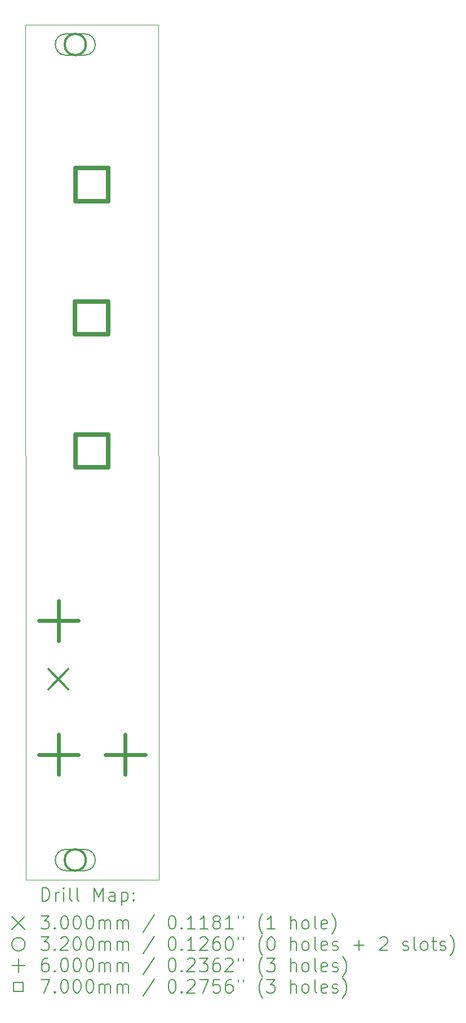
<source format=gbr>
%TF.GenerationSoftware,KiCad,Pcbnew,6.0.11+dfsg-1~bpo11+1*%
%TF.CreationDate,2023-04-14T10:24:38+08:00*%
%TF.ProjectId,MiniVerb - Front,4d696e69-5665-4726-9220-2d2046726f6e,rev?*%
%TF.SameCoordinates,Original*%
%TF.FileFunction,Drillmap*%
%TF.FilePolarity,Positive*%
%FSLAX45Y45*%
G04 Gerber Fmt 4.5, Leading zero omitted, Abs format (unit mm)*
G04 Created by KiCad (PCBNEW 6.0.11+dfsg-1~bpo11+1) date 2023-04-14 10:24:38*
%MOMM*%
%LPD*%
G01*
G04 APERTURE LIST*
%ADD10C,0.100000*%
%ADD11C,0.200000*%
%ADD12C,0.300000*%
%ADD13C,0.320000*%
%ADD14C,0.600000*%
%ADD15C,0.700000*%
G04 APERTURE END LIST*
D10*
X15215907Y-3705593D02*
X13215907Y-3705593D01*
X15220907Y-16555593D02*
X15215907Y-3705593D01*
X13215907Y-3705593D02*
X13225907Y-16555593D01*
X13225907Y-16555593D02*
X15220907Y-16555593D01*
D11*
D12*
X13562500Y-13390000D02*
X13862500Y-13690000D01*
X13862500Y-13390000D02*
X13562500Y-13690000D01*
D13*
X14124907Y-4004593D02*
G75*
G03*
X14124907Y-4004593I-160000J0D01*
G01*
D11*
X13824907Y-4164593D02*
X14104907Y-4164593D01*
X13824907Y-3844593D02*
X14104907Y-3844593D01*
X14104907Y-4164593D02*
G75*
G03*
X14104907Y-3844593I0J160000D01*
G01*
X13824907Y-3844593D02*
G75*
G03*
X13824907Y-4164593I0J-160000D01*
G01*
D13*
X14124907Y-16254593D02*
G75*
G03*
X14124907Y-16254593I-160000J0D01*
G01*
D11*
X13824907Y-16414593D02*
X14104907Y-16414593D01*
X13824907Y-16094593D02*
X14104907Y-16094593D01*
X14104907Y-16414593D02*
G75*
G03*
X14104907Y-16094593I0J160000D01*
G01*
X13824907Y-16094593D02*
G75*
G03*
X13824907Y-16414593I0J-160000D01*
G01*
D14*
X13714907Y-12359593D02*
X13714907Y-12959593D01*
X13414907Y-12659593D02*
X14014907Y-12659593D01*
X13714907Y-14369593D02*
X13714907Y-14969593D01*
X13414907Y-14669593D02*
X14014907Y-14669593D01*
X14714907Y-14369593D02*
X14714907Y-14969593D01*
X14414907Y-14669593D02*
X15014907Y-14669593D01*
D15*
X14457396Y-8357083D02*
X14457396Y-7862104D01*
X13962417Y-7862104D01*
X13962417Y-8357083D01*
X14457396Y-8357083D01*
X14462396Y-6357083D02*
X14462396Y-5862104D01*
X13967417Y-5862104D01*
X13967417Y-6357083D01*
X14462396Y-6357083D01*
X14462396Y-10357083D02*
X14462396Y-9862104D01*
X13967417Y-9862104D01*
X13967417Y-10357083D01*
X14462396Y-10357083D01*
D11*
X13468526Y-16871069D02*
X13468526Y-16671069D01*
X13516145Y-16671069D01*
X13544716Y-16680593D01*
X13563764Y-16699641D01*
X13573288Y-16718688D01*
X13582811Y-16756784D01*
X13582811Y-16785355D01*
X13573288Y-16823450D01*
X13563764Y-16842498D01*
X13544716Y-16861546D01*
X13516145Y-16871069D01*
X13468526Y-16871069D01*
X13668526Y-16871069D02*
X13668526Y-16737736D01*
X13668526Y-16775831D02*
X13678049Y-16756784D01*
X13687573Y-16747260D01*
X13706621Y-16737736D01*
X13725669Y-16737736D01*
X13792335Y-16871069D02*
X13792335Y-16737736D01*
X13792335Y-16671069D02*
X13782811Y-16680593D01*
X13792335Y-16690117D01*
X13801859Y-16680593D01*
X13792335Y-16671069D01*
X13792335Y-16690117D01*
X13916145Y-16871069D02*
X13897097Y-16861546D01*
X13887573Y-16842498D01*
X13887573Y-16671069D01*
X14020907Y-16871069D02*
X14001859Y-16861546D01*
X13992335Y-16842498D01*
X13992335Y-16671069D01*
X14249478Y-16871069D02*
X14249478Y-16671069D01*
X14316145Y-16813927D01*
X14382811Y-16671069D01*
X14382811Y-16871069D01*
X14563764Y-16871069D02*
X14563764Y-16766307D01*
X14554240Y-16747260D01*
X14535192Y-16737736D01*
X14497097Y-16737736D01*
X14478049Y-16747260D01*
X14563764Y-16861546D02*
X14544716Y-16871069D01*
X14497097Y-16871069D01*
X14478049Y-16861546D01*
X14468526Y-16842498D01*
X14468526Y-16823450D01*
X14478049Y-16804403D01*
X14497097Y-16794879D01*
X14544716Y-16794879D01*
X14563764Y-16785355D01*
X14659002Y-16737736D02*
X14659002Y-16937736D01*
X14659002Y-16747260D02*
X14678049Y-16737736D01*
X14716145Y-16737736D01*
X14735192Y-16747260D01*
X14744716Y-16756784D01*
X14754240Y-16775831D01*
X14754240Y-16832974D01*
X14744716Y-16852022D01*
X14735192Y-16861546D01*
X14716145Y-16871069D01*
X14678049Y-16871069D01*
X14659002Y-16861546D01*
X14839954Y-16852022D02*
X14849478Y-16861546D01*
X14839954Y-16871069D01*
X14830430Y-16861546D01*
X14839954Y-16852022D01*
X14839954Y-16871069D01*
X14839954Y-16747260D02*
X14849478Y-16756784D01*
X14839954Y-16766307D01*
X14830430Y-16756784D01*
X14839954Y-16747260D01*
X14839954Y-16766307D01*
X13010907Y-17100593D02*
X13210907Y-17300593D01*
X13210907Y-17100593D02*
X13010907Y-17300593D01*
X13449478Y-17091069D02*
X13573288Y-17091069D01*
X13506621Y-17167260D01*
X13535192Y-17167260D01*
X13554240Y-17176784D01*
X13563764Y-17186308D01*
X13573288Y-17205355D01*
X13573288Y-17252974D01*
X13563764Y-17272022D01*
X13554240Y-17281546D01*
X13535192Y-17291069D01*
X13478049Y-17291069D01*
X13459002Y-17281546D01*
X13449478Y-17272022D01*
X13659002Y-17272022D02*
X13668526Y-17281546D01*
X13659002Y-17291069D01*
X13649478Y-17281546D01*
X13659002Y-17272022D01*
X13659002Y-17291069D01*
X13792335Y-17091069D02*
X13811383Y-17091069D01*
X13830430Y-17100593D01*
X13839954Y-17110117D01*
X13849478Y-17129165D01*
X13859002Y-17167260D01*
X13859002Y-17214879D01*
X13849478Y-17252974D01*
X13839954Y-17272022D01*
X13830430Y-17281546D01*
X13811383Y-17291069D01*
X13792335Y-17291069D01*
X13773288Y-17281546D01*
X13763764Y-17272022D01*
X13754240Y-17252974D01*
X13744716Y-17214879D01*
X13744716Y-17167260D01*
X13754240Y-17129165D01*
X13763764Y-17110117D01*
X13773288Y-17100593D01*
X13792335Y-17091069D01*
X13982811Y-17091069D02*
X14001859Y-17091069D01*
X14020907Y-17100593D01*
X14030430Y-17110117D01*
X14039954Y-17129165D01*
X14049478Y-17167260D01*
X14049478Y-17214879D01*
X14039954Y-17252974D01*
X14030430Y-17272022D01*
X14020907Y-17281546D01*
X14001859Y-17291069D01*
X13982811Y-17291069D01*
X13963764Y-17281546D01*
X13954240Y-17272022D01*
X13944716Y-17252974D01*
X13935192Y-17214879D01*
X13935192Y-17167260D01*
X13944716Y-17129165D01*
X13954240Y-17110117D01*
X13963764Y-17100593D01*
X13982811Y-17091069D01*
X14173288Y-17091069D02*
X14192335Y-17091069D01*
X14211383Y-17100593D01*
X14220907Y-17110117D01*
X14230430Y-17129165D01*
X14239954Y-17167260D01*
X14239954Y-17214879D01*
X14230430Y-17252974D01*
X14220907Y-17272022D01*
X14211383Y-17281546D01*
X14192335Y-17291069D01*
X14173288Y-17291069D01*
X14154240Y-17281546D01*
X14144716Y-17272022D01*
X14135192Y-17252974D01*
X14125669Y-17214879D01*
X14125669Y-17167260D01*
X14135192Y-17129165D01*
X14144716Y-17110117D01*
X14154240Y-17100593D01*
X14173288Y-17091069D01*
X14325669Y-17291069D02*
X14325669Y-17157736D01*
X14325669Y-17176784D02*
X14335192Y-17167260D01*
X14354240Y-17157736D01*
X14382811Y-17157736D01*
X14401859Y-17167260D01*
X14411383Y-17186308D01*
X14411383Y-17291069D01*
X14411383Y-17186308D02*
X14420907Y-17167260D01*
X14439954Y-17157736D01*
X14468526Y-17157736D01*
X14487573Y-17167260D01*
X14497097Y-17186308D01*
X14497097Y-17291069D01*
X14592335Y-17291069D02*
X14592335Y-17157736D01*
X14592335Y-17176784D02*
X14601859Y-17167260D01*
X14620907Y-17157736D01*
X14649478Y-17157736D01*
X14668526Y-17167260D01*
X14678049Y-17186308D01*
X14678049Y-17291069D01*
X14678049Y-17186308D02*
X14687573Y-17167260D01*
X14706621Y-17157736D01*
X14735192Y-17157736D01*
X14754240Y-17167260D01*
X14763764Y-17186308D01*
X14763764Y-17291069D01*
X15154240Y-17081546D02*
X14982811Y-17338689D01*
X15411383Y-17091069D02*
X15430430Y-17091069D01*
X15449478Y-17100593D01*
X15459002Y-17110117D01*
X15468526Y-17129165D01*
X15478049Y-17167260D01*
X15478049Y-17214879D01*
X15468526Y-17252974D01*
X15459002Y-17272022D01*
X15449478Y-17281546D01*
X15430430Y-17291069D01*
X15411383Y-17291069D01*
X15392335Y-17281546D01*
X15382811Y-17272022D01*
X15373288Y-17252974D01*
X15363764Y-17214879D01*
X15363764Y-17167260D01*
X15373288Y-17129165D01*
X15382811Y-17110117D01*
X15392335Y-17100593D01*
X15411383Y-17091069D01*
X15563764Y-17272022D02*
X15573288Y-17281546D01*
X15563764Y-17291069D01*
X15554240Y-17281546D01*
X15563764Y-17272022D01*
X15563764Y-17291069D01*
X15763764Y-17291069D02*
X15649478Y-17291069D01*
X15706621Y-17291069D02*
X15706621Y-17091069D01*
X15687573Y-17119641D01*
X15668526Y-17138689D01*
X15649478Y-17148212D01*
X15954240Y-17291069D02*
X15839954Y-17291069D01*
X15897097Y-17291069D02*
X15897097Y-17091069D01*
X15878049Y-17119641D01*
X15859002Y-17138689D01*
X15839954Y-17148212D01*
X16068526Y-17176784D02*
X16049478Y-17167260D01*
X16039954Y-17157736D01*
X16030430Y-17138689D01*
X16030430Y-17129165D01*
X16039954Y-17110117D01*
X16049478Y-17100593D01*
X16068526Y-17091069D01*
X16106621Y-17091069D01*
X16125669Y-17100593D01*
X16135192Y-17110117D01*
X16144716Y-17129165D01*
X16144716Y-17138689D01*
X16135192Y-17157736D01*
X16125669Y-17167260D01*
X16106621Y-17176784D01*
X16068526Y-17176784D01*
X16049478Y-17186308D01*
X16039954Y-17195831D01*
X16030430Y-17214879D01*
X16030430Y-17252974D01*
X16039954Y-17272022D01*
X16049478Y-17281546D01*
X16068526Y-17291069D01*
X16106621Y-17291069D01*
X16125669Y-17281546D01*
X16135192Y-17272022D01*
X16144716Y-17252974D01*
X16144716Y-17214879D01*
X16135192Y-17195831D01*
X16125669Y-17186308D01*
X16106621Y-17176784D01*
X16335192Y-17291069D02*
X16220907Y-17291069D01*
X16278049Y-17291069D02*
X16278049Y-17091069D01*
X16259002Y-17119641D01*
X16239954Y-17138689D01*
X16220907Y-17148212D01*
X16411383Y-17091069D02*
X16411383Y-17129165D01*
X16487573Y-17091069D02*
X16487573Y-17129165D01*
X16782811Y-17367260D02*
X16773288Y-17357736D01*
X16754240Y-17329165D01*
X16744716Y-17310117D01*
X16735192Y-17281546D01*
X16725669Y-17233927D01*
X16725669Y-17195831D01*
X16735192Y-17148212D01*
X16744716Y-17119641D01*
X16754240Y-17100593D01*
X16773288Y-17072022D01*
X16782811Y-17062498D01*
X16963764Y-17291069D02*
X16849478Y-17291069D01*
X16906621Y-17291069D02*
X16906621Y-17091069D01*
X16887573Y-17119641D01*
X16868526Y-17138689D01*
X16849478Y-17148212D01*
X17201859Y-17291069D02*
X17201859Y-17091069D01*
X17287573Y-17291069D02*
X17287573Y-17186308D01*
X17278050Y-17167260D01*
X17259002Y-17157736D01*
X17230431Y-17157736D01*
X17211383Y-17167260D01*
X17201859Y-17176784D01*
X17411383Y-17291069D02*
X17392335Y-17281546D01*
X17382811Y-17272022D01*
X17373288Y-17252974D01*
X17373288Y-17195831D01*
X17382811Y-17176784D01*
X17392335Y-17167260D01*
X17411383Y-17157736D01*
X17439954Y-17157736D01*
X17459002Y-17167260D01*
X17468526Y-17176784D01*
X17478050Y-17195831D01*
X17478050Y-17252974D01*
X17468526Y-17272022D01*
X17459002Y-17281546D01*
X17439954Y-17291069D01*
X17411383Y-17291069D01*
X17592335Y-17291069D02*
X17573288Y-17281546D01*
X17563764Y-17262498D01*
X17563764Y-17091069D01*
X17744716Y-17281546D02*
X17725669Y-17291069D01*
X17687573Y-17291069D01*
X17668526Y-17281546D01*
X17659002Y-17262498D01*
X17659002Y-17186308D01*
X17668526Y-17167260D01*
X17687573Y-17157736D01*
X17725669Y-17157736D01*
X17744716Y-17167260D01*
X17754240Y-17186308D01*
X17754240Y-17205355D01*
X17659002Y-17224403D01*
X17820907Y-17367260D02*
X17830431Y-17357736D01*
X17849478Y-17329165D01*
X17859002Y-17310117D01*
X17868526Y-17281546D01*
X17878050Y-17233927D01*
X17878050Y-17195831D01*
X17868526Y-17148212D01*
X17859002Y-17119641D01*
X17849478Y-17100593D01*
X17830431Y-17072022D01*
X17820907Y-17062498D01*
X13210907Y-17520593D02*
G75*
G03*
X13210907Y-17520593I-100000J0D01*
G01*
X13449478Y-17411069D02*
X13573288Y-17411069D01*
X13506621Y-17487260D01*
X13535192Y-17487260D01*
X13554240Y-17496784D01*
X13563764Y-17506308D01*
X13573288Y-17525355D01*
X13573288Y-17572974D01*
X13563764Y-17592022D01*
X13554240Y-17601546D01*
X13535192Y-17611069D01*
X13478049Y-17611069D01*
X13459002Y-17601546D01*
X13449478Y-17592022D01*
X13659002Y-17592022D02*
X13668526Y-17601546D01*
X13659002Y-17611069D01*
X13649478Y-17601546D01*
X13659002Y-17592022D01*
X13659002Y-17611069D01*
X13744716Y-17430117D02*
X13754240Y-17420593D01*
X13773288Y-17411069D01*
X13820907Y-17411069D01*
X13839954Y-17420593D01*
X13849478Y-17430117D01*
X13859002Y-17449165D01*
X13859002Y-17468212D01*
X13849478Y-17496784D01*
X13735192Y-17611069D01*
X13859002Y-17611069D01*
X13982811Y-17411069D02*
X14001859Y-17411069D01*
X14020907Y-17420593D01*
X14030430Y-17430117D01*
X14039954Y-17449165D01*
X14049478Y-17487260D01*
X14049478Y-17534879D01*
X14039954Y-17572974D01*
X14030430Y-17592022D01*
X14020907Y-17601546D01*
X14001859Y-17611069D01*
X13982811Y-17611069D01*
X13963764Y-17601546D01*
X13954240Y-17592022D01*
X13944716Y-17572974D01*
X13935192Y-17534879D01*
X13935192Y-17487260D01*
X13944716Y-17449165D01*
X13954240Y-17430117D01*
X13963764Y-17420593D01*
X13982811Y-17411069D01*
X14173288Y-17411069D02*
X14192335Y-17411069D01*
X14211383Y-17420593D01*
X14220907Y-17430117D01*
X14230430Y-17449165D01*
X14239954Y-17487260D01*
X14239954Y-17534879D01*
X14230430Y-17572974D01*
X14220907Y-17592022D01*
X14211383Y-17601546D01*
X14192335Y-17611069D01*
X14173288Y-17611069D01*
X14154240Y-17601546D01*
X14144716Y-17592022D01*
X14135192Y-17572974D01*
X14125669Y-17534879D01*
X14125669Y-17487260D01*
X14135192Y-17449165D01*
X14144716Y-17430117D01*
X14154240Y-17420593D01*
X14173288Y-17411069D01*
X14325669Y-17611069D02*
X14325669Y-17477736D01*
X14325669Y-17496784D02*
X14335192Y-17487260D01*
X14354240Y-17477736D01*
X14382811Y-17477736D01*
X14401859Y-17487260D01*
X14411383Y-17506308D01*
X14411383Y-17611069D01*
X14411383Y-17506308D02*
X14420907Y-17487260D01*
X14439954Y-17477736D01*
X14468526Y-17477736D01*
X14487573Y-17487260D01*
X14497097Y-17506308D01*
X14497097Y-17611069D01*
X14592335Y-17611069D02*
X14592335Y-17477736D01*
X14592335Y-17496784D02*
X14601859Y-17487260D01*
X14620907Y-17477736D01*
X14649478Y-17477736D01*
X14668526Y-17487260D01*
X14678049Y-17506308D01*
X14678049Y-17611069D01*
X14678049Y-17506308D02*
X14687573Y-17487260D01*
X14706621Y-17477736D01*
X14735192Y-17477736D01*
X14754240Y-17487260D01*
X14763764Y-17506308D01*
X14763764Y-17611069D01*
X15154240Y-17401546D02*
X14982811Y-17658689D01*
X15411383Y-17411069D02*
X15430430Y-17411069D01*
X15449478Y-17420593D01*
X15459002Y-17430117D01*
X15468526Y-17449165D01*
X15478049Y-17487260D01*
X15478049Y-17534879D01*
X15468526Y-17572974D01*
X15459002Y-17592022D01*
X15449478Y-17601546D01*
X15430430Y-17611069D01*
X15411383Y-17611069D01*
X15392335Y-17601546D01*
X15382811Y-17592022D01*
X15373288Y-17572974D01*
X15363764Y-17534879D01*
X15363764Y-17487260D01*
X15373288Y-17449165D01*
X15382811Y-17430117D01*
X15392335Y-17420593D01*
X15411383Y-17411069D01*
X15563764Y-17592022D02*
X15573288Y-17601546D01*
X15563764Y-17611069D01*
X15554240Y-17601546D01*
X15563764Y-17592022D01*
X15563764Y-17611069D01*
X15763764Y-17611069D02*
X15649478Y-17611069D01*
X15706621Y-17611069D02*
X15706621Y-17411069D01*
X15687573Y-17439641D01*
X15668526Y-17458689D01*
X15649478Y-17468212D01*
X15839954Y-17430117D02*
X15849478Y-17420593D01*
X15868526Y-17411069D01*
X15916145Y-17411069D01*
X15935192Y-17420593D01*
X15944716Y-17430117D01*
X15954240Y-17449165D01*
X15954240Y-17468212D01*
X15944716Y-17496784D01*
X15830430Y-17611069D01*
X15954240Y-17611069D01*
X16125669Y-17411069D02*
X16087573Y-17411069D01*
X16068526Y-17420593D01*
X16059002Y-17430117D01*
X16039954Y-17458689D01*
X16030430Y-17496784D01*
X16030430Y-17572974D01*
X16039954Y-17592022D01*
X16049478Y-17601546D01*
X16068526Y-17611069D01*
X16106621Y-17611069D01*
X16125669Y-17601546D01*
X16135192Y-17592022D01*
X16144716Y-17572974D01*
X16144716Y-17525355D01*
X16135192Y-17506308D01*
X16125669Y-17496784D01*
X16106621Y-17487260D01*
X16068526Y-17487260D01*
X16049478Y-17496784D01*
X16039954Y-17506308D01*
X16030430Y-17525355D01*
X16268526Y-17411069D02*
X16287573Y-17411069D01*
X16306621Y-17420593D01*
X16316145Y-17430117D01*
X16325669Y-17449165D01*
X16335192Y-17487260D01*
X16335192Y-17534879D01*
X16325669Y-17572974D01*
X16316145Y-17592022D01*
X16306621Y-17601546D01*
X16287573Y-17611069D01*
X16268526Y-17611069D01*
X16249478Y-17601546D01*
X16239954Y-17592022D01*
X16230430Y-17572974D01*
X16220907Y-17534879D01*
X16220907Y-17487260D01*
X16230430Y-17449165D01*
X16239954Y-17430117D01*
X16249478Y-17420593D01*
X16268526Y-17411069D01*
X16411383Y-17411069D02*
X16411383Y-17449165D01*
X16487573Y-17411069D02*
X16487573Y-17449165D01*
X16782811Y-17687260D02*
X16773288Y-17677736D01*
X16754240Y-17649165D01*
X16744716Y-17630117D01*
X16735192Y-17601546D01*
X16725669Y-17553927D01*
X16725669Y-17515831D01*
X16735192Y-17468212D01*
X16744716Y-17439641D01*
X16754240Y-17420593D01*
X16773288Y-17392022D01*
X16782811Y-17382498D01*
X16897097Y-17411069D02*
X16916145Y-17411069D01*
X16935192Y-17420593D01*
X16944716Y-17430117D01*
X16954240Y-17449165D01*
X16963764Y-17487260D01*
X16963764Y-17534879D01*
X16954240Y-17572974D01*
X16944716Y-17592022D01*
X16935192Y-17601546D01*
X16916145Y-17611069D01*
X16897097Y-17611069D01*
X16878050Y-17601546D01*
X16868526Y-17592022D01*
X16859002Y-17572974D01*
X16849478Y-17534879D01*
X16849478Y-17487260D01*
X16859002Y-17449165D01*
X16868526Y-17430117D01*
X16878050Y-17420593D01*
X16897097Y-17411069D01*
X17201859Y-17611069D02*
X17201859Y-17411069D01*
X17287573Y-17611069D02*
X17287573Y-17506308D01*
X17278050Y-17487260D01*
X17259002Y-17477736D01*
X17230431Y-17477736D01*
X17211383Y-17487260D01*
X17201859Y-17496784D01*
X17411383Y-17611069D02*
X17392335Y-17601546D01*
X17382811Y-17592022D01*
X17373288Y-17572974D01*
X17373288Y-17515831D01*
X17382811Y-17496784D01*
X17392335Y-17487260D01*
X17411383Y-17477736D01*
X17439954Y-17477736D01*
X17459002Y-17487260D01*
X17468526Y-17496784D01*
X17478050Y-17515831D01*
X17478050Y-17572974D01*
X17468526Y-17592022D01*
X17459002Y-17601546D01*
X17439954Y-17611069D01*
X17411383Y-17611069D01*
X17592335Y-17611069D02*
X17573288Y-17601546D01*
X17563764Y-17582498D01*
X17563764Y-17411069D01*
X17744716Y-17601546D02*
X17725669Y-17611069D01*
X17687573Y-17611069D01*
X17668526Y-17601546D01*
X17659002Y-17582498D01*
X17659002Y-17506308D01*
X17668526Y-17487260D01*
X17687573Y-17477736D01*
X17725669Y-17477736D01*
X17744716Y-17487260D01*
X17754240Y-17506308D01*
X17754240Y-17525355D01*
X17659002Y-17544403D01*
X17830431Y-17601546D02*
X17849478Y-17611069D01*
X17887573Y-17611069D01*
X17906621Y-17601546D01*
X17916145Y-17582498D01*
X17916145Y-17572974D01*
X17906621Y-17553927D01*
X17887573Y-17544403D01*
X17859002Y-17544403D01*
X17839954Y-17534879D01*
X17830431Y-17515831D01*
X17830431Y-17506308D01*
X17839954Y-17487260D01*
X17859002Y-17477736D01*
X17887573Y-17477736D01*
X17906621Y-17487260D01*
X18154240Y-17534879D02*
X18306621Y-17534879D01*
X18230431Y-17611069D02*
X18230431Y-17458689D01*
X18544716Y-17430117D02*
X18554240Y-17420593D01*
X18573288Y-17411069D01*
X18620907Y-17411069D01*
X18639954Y-17420593D01*
X18649478Y-17430117D01*
X18659002Y-17449165D01*
X18659002Y-17468212D01*
X18649478Y-17496784D01*
X18535192Y-17611069D01*
X18659002Y-17611069D01*
X18887573Y-17601546D02*
X18906621Y-17611069D01*
X18944716Y-17611069D01*
X18963764Y-17601546D01*
X18973288Y-17582498D01*
X18973288Y-17572974D01*
X18963764Y-17553927D01*
X18944716Y-17544403D01*
X18916145Y-17544403D01*
X18897097Y-17534879D01*
X18887573Y-17515831D01*
X18887573Y-17506308D01*
X18897097Y-17487260D01*
X18916145Y-17477736D01*
X18944716Y-17477736D01*
X18963764Y-17487260D01*
X19087573Y-17611069D02*
X19068526Y-17601546D01*
X19059002Y-17582498D01*
X19059002Y-17411069D01*
X19192335Y-17611069D02*
X19173288Y-17601546D01*
X19163764Y-17592022D01*
X19154240Y-17572974D01*
X19154240Y-17515831D01*
X19163764Y-17496784D01*
X19173288Y-17487260D01*
X19192335Y-17477736D01*
X19220907Y-17477736D01*
X19239954Y-17487260D01*
X19249478Y-17496784D01*
X19259002Y-17515831D01*
X19259002Y-17572974D01*
X19249478Y-17592022D01*
X19239954Y-17601546D01*
X19220907Y-17611069D01*
X19192335Y-17611069D01*
X19316145Y-17477736D02*
X19392335Y-17477736D01*
X19344716Y-17411069D02*
X19344716Y-17582498D01*
X19354240Y-17601546D01*
X19373288Y-17611069D01*
X19392335Y-17611069D01*
X19449478Y-17601546D02*
X19468526Y-17611069D01*
X19506621Y-17611069D01*
X19525669Y-17601546D01*
X19535192Y-17582498D01*
X19535192Y-17572974D01*
X19525669Y-17553927D01*
X19506621Y-17544403D01*
X19478050Y-17544403D01*
X19459002Y-17534879D01*
X19449478Y-17515831D01*
X19449478Y-17506308D01*
X19459002Y-17487260D01*
X19478050Y-17477736D01*
X19506621Y-17477736D01*
X19525669Y-17487260D01*
X19601859Y-17687260D02*
X19611383Y-17677736D01*
X19630431Y-17649165D01*
X19639954Y-17630117D01*
X19649478Y-17601546D01*
X19659002Y-17553927D01*
X19659002Y-17515831D01*
X19649478Y-17468212D01*
X19639954Y-17439641D01*
X19630431Y-17420593D01*
X19611383Y-17392022D01*
X19601859Y-17382498D01*
X13110907Y-17740593D02*
X13110907Y-17940593D01*
X13010907Y-17840593D02*
X13210907Y-17840593D01*
X13554240Y-17731069D02*
X13516145Y-17731069D01*
X13497097Y-17740593D01*
X13487573Y-17750117D01*
X13468526Y-17778689D01*
X13459002Y-17816784D01*
X13459002Y-17892974D01*
X13468526Y-17912022D01*
X13478049Y-17921546D01*
X13497097Y-17931069D01*
X13535192Y-17931069D01*
X13554240Y-17921546D01*
X13563764Y-17912022D01*
X13573288Y-17892974D01*
X13573288Y-17845355D01*
X13563764Y-17826308D01*
X13554240Y-17816784D01*
X13535192Y-17807260D01*
X13497097Y-17807260D01*
X13478049Y-17816784D01*
X13468526Y-17826308D01*
X13459002Y-17845355D01*
X13659002Y-17912022D02*
X13668526Y-17921546D01*
X13659002Y-17931069D01*
X13649478Y-17921546D01*
X13659002Y-17912022D01*
X13659002Y-17931069D01*
X13792335Y-17731069D02*
X13811383Y-17731069D01*
X13830430Y-17740593D01*
X13839954Y-17750117D01*
X13849478Y-17769165D01*
X13859002Y-17807260D01*
X13859002Y-17854879D01*
X13849478Y-17892974D01*
X13839954Y-17912022D01*
X13830430Y-17921546D01*
X13811383Y-17931069D01*
X13792335Y-17931069D01*
X13773288Y-17921546D01*
X13763764Y-17912022D01*
X13754240Y-17892974D01*
X13744716Y-17854879D01*
X13744716Y-17807260D01*
X13754240Y-17769165D01*
X13763764Y-17750117D01*
X13773288Y-17740593D01*
X13792335Y-17731069D01*
X13982811Y-17731069D02*
X14001859Y-17731069D01*
X14020907Y-17740593D01*
X14030430Y-17750117D01*
X14039954Y-17769165D01*
X14049478Y-17807260D01*
X14049478Y-17854879D01*
X14039954Y-17892974D01*
X14030430Y-17912022D01*
X14020907Y-17921546D01*
X14001859Y-17931069D01*
X13982811Y-17931069D01*
X13963764Y-17921546D01*
X13954240Y-17912022D01*
X13944716Y-17892974D01*
X13935192Y-17854879D01*
X13935192Y-17807260D01*
X13944716Y-17769165D01*
X13954240Y-17750117D01*
X13963764Y-17740593D01*
X13982811Y-17731069D01*
X14173288Y-17731069D02*
X14192335Y-17731069D01*
X14211383Y-17740593D01*
X14220907Y-17750117D01*
X14230430Y-17769165D01*
X14239954Y-17807260D01*
X14239954Y-17854879D01*
X14230430Y-17892974D01*
X14220907Y-17912022D01*
X14211383Y-17921546D01*
X14192335Y-17931069D01*
X14173288Y-17931069D01*
X14154240Y-17921546D01*
X14144716Y-17912022D01*
X14135192Y-17892974D01*
X14125669Y-17854879D01*
X14125669Y-17807260D01*
X14135192Y-17769165D01*
X14144716Y-17750117D01*
X14154240Y-17740593D01*
X14173288Y-17731069D01*
X14325669Y-17931069D02*
X14325669Y-17797736D01*
X14325669Y-17816784D02*
X14335192Y-17807260D01*
X14354240Y-17797736D01*
X14382811Y-17797736D01*
X14401859Y-17807260D01*
X14411383Y-17826308D01*
X14411383Y-17931069D01*
X14411383Y-17826308D02*
X14420907Y-17807260D01*
X14439954Y-17797736D01*
X14468526Y-17797736D01*
X14487573Y-17807260D01*
X14497097Y-17826308D01*
X14497097Y-17931069D01*
X14592335Y-17931069D02*
X14592335Y-17797736D01*
X14592335Y-17816784D02*
X14601859Y-17807260D01*
X14620907Y-17797736D01*
X14649478Y-17797736D01*
X14668526Y-17807260D01*
X14678049Y-17826308D01*
X14678049Y-17931069D01*
X14678049Y-17826308D02*
X14687573Y-17807260D01*
X14706621Y-17797736D01*
X14735192Y-17797736D01*
X14754240Y-17807260D01*
X14763764Y-17826308D01*
X14763764Y-17931069D01*
X15154240Y-17721546D02*
X14982811Y-17978689D01*
X15411383Y-17731069D02*
X15430430Y-17731069D01*
X15449478Y-17740593D01*
X15459002Y-17750117D01*
X15468526Y-17769165D01*
X15478049Y-17807260D01*
X15478049Y-17854879D01*
X15468526Y-17892974D01*
X15459002Y-17912022D01*
X15449478Y-17921546D01*
X15430430Y-17931069D01*
X15411383Y-17931069D01*
X15392335Y-17921546D01*
X15382811Y-17912022D01*
X15373288Y-17892974D01*
X15363764Y-17854879D01*
X15363764Y-17807260D01*
X15373288Y-17769165D01*
X15382811Y-17750117D01*
X15392335Y-17740593D01*
X15411383Y-17731069D01*
X15563764Y-17912022D02*
X15573288Y-17921546D01*
X15563764Y-17931069D01*
X15554240Y-17921546D01*
X15563764Y-17912022D01*
X15563764Y-17931069D01*
X15649478Y-17750117D02*
X15659002Y-17740593D01*
X15678049Y-17731069D01*
X15725669Y-17731069D01*
X15744716Y-17740593D01*
X15754240Y-17750117D01*
X15763764Y-17769165D01*
X15763764Y-17788212D01*
X15754240Y-17816784D01*
X15639954Y-17931069D01*
X15763764Y-17931069D01*
X15830430Y-17731069D02*
X15954240Y-17731069D01*
X15887573Y-17807260D01*
X15916145Y-17807260D01*
X15935192Y-17816784D01*
X15944716Y-17826308D01*
X15954240Y-17845355D01*
X15954240Y-17892974D01*
X15944716Y-17912022D01*
X15935192Y-17921546D01*
X15916145Y-17931069D01*
X15859002Y-17931069D01*
X15839954Y-17921546D01*
X15830430Y-17912022D01*
X16125669Y-17731069D02*
X16087573Y-17731069D01*
X16068526Y-17740593D01*
X16059002Y-17750117D01*
X16039954Y-17778689D01*
X16030430Y-17816784D01*
X16030430Y-17892974D01*
X16039954Y-17912022D01*
X16049478Y-17921546D01*
X16068526Y-17931069D01*
X16106621Y-17931069D01*
X16125669Y-17921546D01*
X16135192Y-17912022D01*
X16144716Y-17892974D01*
X16144716Y-17845355D01*
X16135192Y-17826308D01*
X16125669Y-17816784D01*
X16106621Y-17807260D01*
X16068526Y-17807260D01*
X16049478Y-17816784D01*
X16039954Y-17826308D01*
X16030430Y-17845355D01*
X16220907Y-17750117D02*
X16230430Y-17740593D01*
X16249478Y-17731069D01*
X16297097Y-17731069D01*
X16316145Y-17740593D01*
X16325669Y-17750117D01*
X16335192Y-17769165D01*
X16335192Y-17788212D01*
X16325669Y-17816784D01*
X16211383Y-17931069D01*
X16335192Y-17931069D01*
X16411383Y-17731069D02*
X16411383Y-17769165D01*
X16487573Y-17731069D02*
X16487573Y-17769165D01*
X16782811Y-18007260D02*
X16773288Y-17997736D01*
X16754240Y-17969165D01*
X16744716Y-17950117D01*
X16735192Y-17921546D01*
X16725669Y-17873927D01*
X16725669Y-17835831D01*
X16735192Y-17788212D01*
X16744716Y-17759641D01*
X16754240Y-17740593D01*
X16773288Y-17712022D01*
X16782811Y-17702498D01*
X16839954Y-17731069D02*
X16963764Y-17731069D01*
X16897097Y-17807260D01*
X16925669Y-17807260D01*
X16944716Y-17816784D01*
X16954240Y-17826308D01*
X16963764Y-17845355D01*
X16963764Y-17892974D01*
X16954240Y-17912022D01*
X16944716Y-17921546D01*
X16925669Y-17931069D01*
X16868526Y-17931069D01*
X16849478Y-17921546D01*
X16839954Y-17912022D01*
X17201859Y-17931069D02*
X17201859Y-17731069D01*
X17287573Y-17931069D02*
X17287573Y-17826308D01*
X17278050Y-17807260D01*
X17259002Y-17797736D01*
X17230431Y-17797736D01*
X17211383Y-17807260D01*
X17201859Y-17816784D01*
X17411383Y-17931069D02*
X17392335Y-17921546D01*
X17382811Y-17912022D01*
X17373288Y-17892974D01*
X17373288Y-17835831D01*
X17382811Y-17816784D01*
X17392335Y-17807260D01*
X17411383Y-17797736D01*
X17439954Y-17797736D01*
X17459002Y-17807260D01*
X17468526Y-17816784D01*
X17478050Y-17835831D01*
X17478050Y-17892974D01*
X17468526Y-17912022D01*
X17459002Y-17921546D01*
X17439954Y-17931069D01*
X17411383Y-17931069D01*
X17592335Y-17931069D02*
X17573288Y-17921546D01*
X17563764Y-17902498D01*
X17563764Y-17731069D01*
X17744716Y-17921546D02*
X17725669Y-17931069D01*
X17687573Y-17931069D01*
X17668526Y-17921546D01*
X17659002Y-17902498D01*
X17659002Y-17826308D01*
X17668526Y-17807260D01*
X17687573Y-17797736D01*
X17725669Y-17797736D01*
X17744716Y-17807260D01*
X17754240Y-17826308D01*
X17754240Y-17845355D01*
X17659002Y-17864403D01*
X17830431Y-17921546D02*
X17849478Y-17931069D01*
X17887573Y-17931069D01*
X17906621Y-17921546D01*
X17916145Y-17902498D01*
X17916145Y-17892974D01*
X17906621Y-17873927D01*
X17887573Y-17864403D01*
X17859002Y-17864403D01*
X17839954Y-17854879D01*
X17830431Y-17835831D01*
X17830431Y-17826308D01*
X17839954Y-17807260D01*
X17859002Y-17797736D01*
X17887573Y-17797736D01*
X17906621Y-17807260D01*
X17982811Y-18007260D02*
X17992335Y-17997736D01*
X18011383Y-17969165D01*
X18020907Y-17950117D01*
X18030431Y-17921546D01*
X18039954Y-17873927D01*
X18039954Y-17835831D01*
X18030431Y-17788212D01*
X18020907Y-17759641D01*
X18011383Y-17740593D01*
X17992335Y-17712022D01*
X17982811Y-17702498D01*
X13181618Y-18231305D02*
X13181618Y-18089882D01*
X13040195Y-18089882D01*
X13040195Y-18231305D01*
X13181618Y-18231305D01*
X13449478Y-18051069D02*
X13582811Y-18051069D01*
X13497097Y-18251069D01*
X13659002Y-18232022D02*
X13668526Y-18241546D01*
X13659002Y-18251069D01*
X13649478Y-18241546D01*
X13659002Y-18232022D01*
X13659002Y-18251069D01*
X13792335Y-18051069D02*
X13811383Y-18051069D01*
X13830430Y-18060593D01*
X13839954Y-18070117D01*
X13849478Y-18089165D01*
X13859002Y-18127260D01*
X13859002Y-18174879D01*
X13849478Y-18212974D01*
X13839954Y-18232022D01*
X13830430Y-18241546D01*
X13811383Y-18251069D01*
X13792335Y-18251069D01*
X13773288Y-18241546D01*
X13763764Y-18232022D01*
X13754240Y-18212974D01*
X13744716Y-18174879D01*
X13744716Y-18127260D01*
X13754240Y-18089165D01*
X13763764Y-18070117D01*
X13773288Y-18060593D01*
X13792335Y-18051069D01*
X13982811Y-18051069D02*
X14001859Y-18051069D01*
X14020907Y-18060593D01*
X14030430Y-18070117D01*
X14039954Y-18089165D01*
X14049478Y-18127260D01*
X14049478Y-18174879D01*
X14039954Y-18212974D01*
X14030430Y-18232022D01*
X14020907Y-18241546D01*
X14001859Y-18251069D01*
X13982811Y-18251069D01*
X13963764Y-18241546D01*
X13954240Y-18232022D01*
X13944716Y-18212974D01*
X13935192Y-18174879D01*
X13935192Y-18127260D01*
X13944716Y-18089165D01*
X13954240Y-18070117D01*
X13963764Y-18060593D01*
X13982811Y-18051069D01*
X14173288Y-18051069D02*
X14192335Y-18051069D01*
X14211383Y-18060593D01*
X14220907Y-18070117D01*
X14230430Y-18089165D01*
X14239954Y-18127260D01*
X14239954Y-18174879D01*
X14230430Y-18212974D01*
X14220907Y-18232022D01*
X14211383Y-18241546D01*
X14192335Y-18251069D01*
X14173288Y-18251069D01*
X14154240Y-18241546D01*
X14144716Y-18232022D01*
X14135192Y-18212974D01*
X14125669Y-18174879D01*
X14125669Y-18127260D01*
X14135192Y-18089165D01*
X14144716Y-18070117D01*
X14154240Y-18060593D01*
X14173288Y-18051069D01*
X14325669Y-18251069D02*
X14325669Y-18117736D01*
X14325669Y-18136784D02*
X14335192Y-18127260D01*
X14354240Y-18117736D01*
X14382811Y-18117736D01*
X14401859Y-18127260D01*
X14411383Y-18146308D01*
X14411383Y-18251069D01*
X14411383Y-18146308D02*
X14420907Y-18127260D01*
X14439954Y-18117736D01*
X14468526Y-18117736D01*
X14487573Y-18127260D01*
X14497097Y-18146308D01*
X14497097Y-18251069D01*
X14592335Y-18251069D02*
X14592335Y-18117736D01*
X14592335Y-18136784D02*
X14601859Y-18127260D01*
X14620907Y-18117736D01*
X14649478Y-18117736D01*
X14668526Y-18127260D01*
X14678049Y-18146308D01*
X14678049Y-18251069D01*
X14678049Y-18146308D02*
X14687573Y-18127260D01*
X14706621Y-18117736D01*
X14735192Y-18117736D01*
X14754240Y-18127260D01*
X14763764Y-18146308D01*
X14763764Y-18251069D01*
X15154240Y-18041546D02*
X14982811Y-18298689D01*
X15411383Y-18051069D02*
X15430430Y-18051069D01*
X15449478Y-18060593D01*
X15459002Y-18070117D01*
X15468526Y-18089165D01*
X15478049Y-18127260D01*
X15478049Y-18174879D01*
X15468526Y-18212974D01*
X15459002Y-18232022D01*
X15449478Y-18241546D01*
X15430430Y-18251069D01*
X15411383Y-18251069D01*
X15392335Y-18241546D01*
X15382811Y-18232022D01*
X15373288Y-18212974D01*
X15363764Y-18174879D01*
X15363764Y-18127260D01*
X15373288Y-18089165D01*
X15382811Y-18070117D01*
X15392335Y-18060593D01*
X15411383Y-18051069D01*
X15563764Y-18232022D02*
X15573288Y-18241546D01*
X15563764Y-18251069D01*
X15554240Y-18241546D01*
X15563764Y-18232022D01*
X15563764Y-18251069D01*
X15649478Y-18070117D02*
X15659002Y-18060593D01*
X15678049Y-18051069D01*
X15725669Y-18051069D01*
X15744716Y-18060593D01*
X15754240Y-18070117D01*
X15763764Y-18089165D01*
X15763764Y-18108212D01*
X15754240Y-18136784D01*
X15639954Y-18251069D01*
X15763764Y-18251069D01*
X15830430Y-18051069D02*
X15963764Y-18051069D01*
X15878049Y-18251069D01*
X16135192Y-18051069D02*
X16039954Y-18051069D01*
X16030430Y-18146308D01*
X16039954Y-18136784D01*
X16059002Y-18127260D01*
X16106621Y-18127260D01*
X16125669Y-18136784D01*
X16135192Y-18146308D01*
X16144716Y-18165355D01*
X16144716Y-18212974D01*
X16135192Y-18232022D01*
X16125669Y-18241546D01*
X16106621Y-18251069D01*
X16059002Y-18251069D01*
X16039954Y-18241546D01*
X16030430Y-18232022D01*
X16316145Y-18051069D02*
X16278049Y-18051069D01*
X16259002Y-18060593D01*
X16249478Y-18070117D01*
X16230430Y-18098689D01*
X16220907Y-18136784D01*
X16220907Y-18212974D01*
X16230430Y-18232022D01*
X16239954Y-18241546D01*
X16259002Y-18251069D01*
X16297097Y-18251069D01*
X16316145Y-18241546D01*
X16325669Y-18232022D01*
X16335192Y-18212974D01*
X16335192Y-18165355D01*
X16325669Y-18146308D01*
X16316145Y-18136784D01*
X16297097Y-18127260D01*
X16259002Y-18127260D01*
X16239954Y-18136784D01*
X16230430Y-18146308D01*
X16220907Y-18165355D01*
X16411383Y-18051069D02*
X16411383Y-18089165D01*
X16487573Y-18051069D02*
X16487573Y-18089165D01*
X16782811Y-18327260D02*
X16773288Y-18317736D01*
X16754240Y-18289165D01*
X16744716Y-18270117D01*
X16735192Y-18241546D01*
X16725669Y-18193927D01*
X16725669Y-18155831D01*
X16735192Y-18108212D01*
X16744716Y-18079641D01*
X16754240Y-18060593D01*
X16773288Y-18032022D01*
X16782811Y-18022498D01*
X16839954Y-18051069D02*
X16963764Y-18051069D01*
X16897097Y-18127260D01*
X16925669Y-18127260D01*
X16944716Y-18136784D01*
X16954240Y-18146308D01*
X16963764Y-18165355D01*
X16963764Y-18212974D01*
X16954240Y-18232022D01*
X16944716Y-18241546D01*
X16925669Y-18251069D01*
X16868526Y-18251069D01*
X16849478Y-18241546D01*
X16839954Y-18232022D01*
X17201859Y-18251069D02*
X17201859Y-18051069D01*
X17287573Y-18251069D02*
X17287573Y-18146308D01*
X17278050Y-18127260D01*
X17259002Y-18117736D01*
X17230431Y-18117736D01*
X17211383Y-18127260D01*
X17201859Y-18136784D01*
X17411383Y-18251069D02*
X17392335Y-18241546D01*
X17382811Y-18232022D01*
X17373288Y-18212974D01*
X17373288Y-18155831D01*
X17382811Y-18136784D01*
X17392335Y-18127260D01*
X17411383Y-18117736D01*
X17439954Y-18117736D01*
X17459002Y-18127260D01*
X17468526Y-18136784D01*
X17478050Y-18155831D01*
X17478050Y-18212974D01*
X17468526Y-18232022D01*
X17459002Y-18241546D01*
X17439954Y-18251069D01*
X17411383Y-18251069D01*
X17592335Y-18251069D02*
X17573288Y-18241546D01*
X17563764Y-18222498D01*
X17563764Y-18051069D01*
X17744716Y-18241546D02*
X17725669Y-18251069D01*
X17687573Y-18251069D01*
X17668526Y-18241546D01*
X17659002Y-18222498D01*
X17659002Y-18146308D01*
X17668526Y-18127260D01*
X17687573Y-18117736D01*
X17725669Y-18117736D01*
X17744716Y-18127260D01*
X17754240Y-18146308D01*
X17754240Y-18165355D01*
X17659002Y-18184403D01*
X17830431Y-18241546D02*
X17849478Y-18251069D01*
X17887573Y-18251069D01*
X17906621Y-18241546D01*
X17916145Y-18222498D01*
X17916145Y-18212974D01*
X17906621Y-18193927D01*
X17887573Y-18184403D01*
X17859002Y-18184403D01*
X17839954Y-18174879D01*
X17830431Y-18155831D01*
X17830431Y-18146308D01*
X17839954Y-18127260D01*
X17859002Y-18117736D01*
X17887573Y-18117736D01*
X17906621Y-18127260D01*
X17982811Y-18327260D02*
X17992335Y-18317736D01*
X18011383Y-18289165D01*
X18020907Y-18270117D01*
X18030431Y-18241546D01*
X18039954Y-18193927D01*
X18039954Y-18155831D01*
X18030431Y-18108212D01*
X18020907Y-18079641D01*
X18011383Y-18060593D01*
X17992335Y-18032022D01*
X17982811Y-18022498D01*
M02*

</source>
